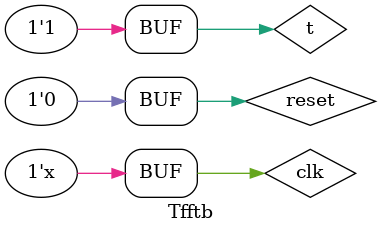
<source format=v>
`timescale 1ns / 1ps


module Tfftb;

	// Inputs
	reg t;
	reg clk;
	reg reset;

	// Outputs
	wire q;

	// Instantiate the Unit Under Test (UUT)
	Tflipflop uut (
		.t(t), 
		.clk(clk), 
		.reset(reset), 
		.q(q)
	);
initial begin
	$monitor("time=%g,t=%b,reset=%b,clk=%b,q=%b",$time,t,reset,clk,q);
	end

	initial begin
		// Initialize Inputs
		reset = 1;
		clk=0;

		// Wait 100 ns for global reset to finish
		#100;t=0;reset=0;
		#100;t=1;
	
		
        
		// Add stimulus here

	end
	always
	#50 clk=~clk;
endmodule


</source>
